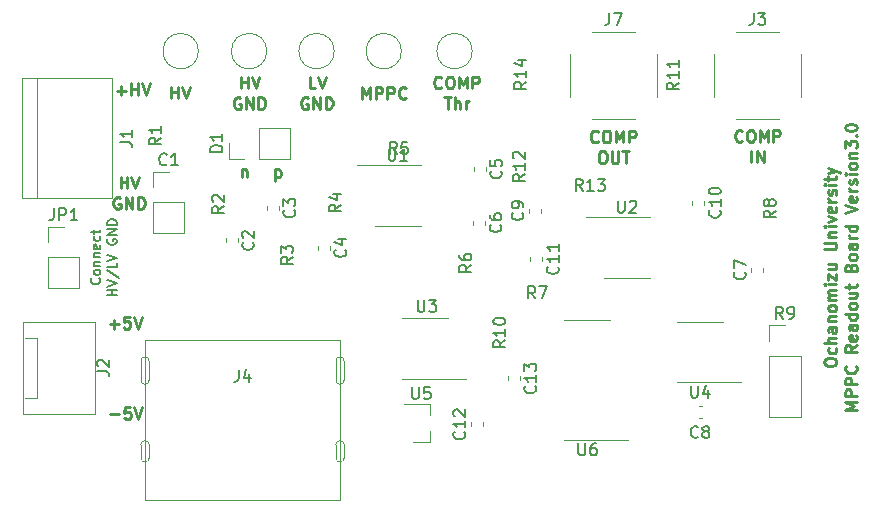
<source format=gto>
G04 #@! TF.GenerationSoftware,KiCad,Pcbnew,(5.1.4-0-10_14)*
G04 #@! TF.CreationDate,2020-03-06T11:16:09+09:00*
G04 #@! TF.ProjectId,ReadoutBoard_v3_2,52656164-6f75-4744-926f-6172645f7633,rev?*
G04 #@! TF.SameCoordinates,Original*
G04 #@! TF.FileFunction,Legend,Top*
G04 #@! TF.FilePolarity,Positive*
%FSLAX46Y46*%
G04 Gerber Fmt 4.6, Leading zero omitted, Abs format (unit mm)*
G04 Created by KiCad (PCBNEW (5.1.4-0-10_14)) date 2020-03-06 11:16:09*
%MOMM*%
%LPD*%
G04 APERTURE LIST*
%ADD10C,0.250000*%
%ADD11C,0.200000*%
%ADD12C,0.120000*%
%ADD13C,0.150000*%
G04 APERTURE END LIST*
D10*
X121400914Y-96000914D02*
X121400914Y-97000914D01*
X121400914Y-96048533D02*
X121496152Y-96000914D01*
X121686628Y-96000914D01*
X121781866Y-96048533D01*
X121829485Y-96096152D01*
X121877104Y-96191390D01*
X121877104Y-96477104D01*
X121829485Y-96572342D01*
X121781866Y-96619961D01*
X121686628Y-96667580D01*
X121496152Y-96667580D01*
X121400914Y-96619961D01*
X118581514Y-96000914D02*
X118581514Y-96667580D01*
X118581514Y-96096152D02*
X118629133Y-96048533D01*
X118724371Y-96000914D01*
X118867228Y-96000914D01*
X118962466Y-96048533D01*
X119010085Y-96143771D01*
X119010085Y-96667580D01*
X108327914Y-97595980D02*
X108327914Y-96595980D01*
X108327914Y-97072171D02*
X108899342Y-97072171D01*
X108899342Y-97595980D02*
X108899342Y-96595980D01*
X109232676Y-96595980D02*
X109566009Y-97595980D01*
X109899342Y-96595980D01*
X108280295Y-98393600D02*
X108185057Y-98345980D01*
X108042200Y-98345980D01*
X107899342Y-98393600D01*
X107804104Y-98488838D01*
X107756485Y-98584076D01*
X107708866Y-98774552D01*
X107708866Y-98917409D01*
X107756485Y-99107885D01*
X107804104Y-99203123D01*
X107899342Y-99298361D01*
X108042200Y-99345980D01*
X108137438Y-99345980D01*
X108280295Y-99298361D01*
X108327914Y-99250742D01*
X108327914Y-98917409D01*
X108137438Y-98917409D01*
X108756485Y-99345980D02*
X108756485Y-98345980D01*
X109327914Y-99345980D01*
X109327914Y-98345980D01*
X109804104Y-99345980D02*
X109804104Y-98345980D01*
X110042200Y-98345980D01*
X110185057Y-98393600D01*
X110280295Y-98488838D01*
X110327914Y-98584076D01*
X110375533Y-98774552D01*
X110375533Y-98917409D01*
X110327914Y-99107885D01*
X110280295Y-99203123D01*
X110185057Y-99298361D01*
X110042200Y-99345980D01*
X109804104Y-99345980D01*
D11*
X106519714Y-105206580D02*
X106557809Y-105244676D01*
X106595904Y-105358961D01*
X106595904Y-105435152D01*
X106557809Y-105549438D01*
X106481619Y-105625628D01*
X106405428Y-105663723D01*
X106253047Y-105701819D01*
X106138761Y-105701819D01*
X105986380Y-105663723D01*
X105910190Y-105625628D01*
X105834000Y-105549438D01*
X105795904Y-105435152D01*
X105795904Y-105358961D01*
X105834000Y-105244676D01*
X105872095Y-105206580D01*
X106595904Y-104749438D02*
X106557809Y-104825628D01*
X106519714Y-104863723D01*
X106443523Y-104901819D01*
X106214952Y-104901819D01*
X106138761Y-104863723D01*
X106100666Y-104825628D01*
X106062571Y-104749438D01*
X106062571Y-104635152D01*
X106100666Y-104558961D01*
X106138761Y-104520866D01*
X106214952Y-104482771D01*
X106443523Y-104482771D01*
X106519714Y-104520866D01*
X106557809Y-104558961D01*
X106595904Y-104635152D01*
X106595904Y-104749438D01*
X106062571Y-104139914D02*
X106595904Y-104139914D01*
X106138761Y-104139914D02*
X106100666Y-104101819D01*
X106062571Y-104025628D01*
X106062571Y-103911342D01*
X106100666Y-103835152D01*
X106176857Y-103797057D01*
X106595904Y-103797057D01*
X106062571Y-103416104D02*
X106595904Y-103416104D01*
X106138761Y-103416104D02*
X106100666Y-103378009D01*
X106062571Y-103301819D01*
X106062571Y-103187533D01*
X106100666Y-103111342D01*
X106176857Y-103073247D01*
X106595904Y-103073247D01*
X106557809Y-102387533D02*
X106595904Y-102463723D01*
X106595904Y-102616104D01*
X106557809Y-102692295D01*
X106481619Y-102730390D01*
X106176857Y-102730390D01*
X106100666Y-102692295D01*
X106062571Y-102616104D01*
X106062571Y-102463723D01*
X106100666Y-102387533D01*
X106176857Y-102349438D01*
X106253047Y-102349438D01*
X106329238Y-102730390D01*
X106557809Y-101663723D02*
X106595904Y-101739914D01*
X106595904Y-101892295D01*
X106557809Y-101968485D01*
X106519714Y-102006580D01*
X106443523Y-102044676D01*
X106214952Y-102044676D01*
X106138761Y-102006580D01*
X106100666Y-101968485D01*
X106062571Y-101892295D01*
X106062571Y-101739914D01*
X106100666Y-101663723D01*
X106062571Y-101435152D02*
X106062571Y-101130390D01*
X105795904Y-101320866D02*
X106481619Y-101320866D01*
X106557809Y-101282771D01*
X106595904Y-101206580D01*
X106595904Y-101130390D01*
X107995904Y-106635152D02*
X107195904Y-106635152D01*
X107576857Y-106635152D02*
X107576857Y-106178009D01*
X107995904Y-106178009D02*
X107195904Y-106178009D01*
X107195904Y-105911342D02*
X107995904Y-105644676D01*
X107195904Y-105378009D01*
X107157809Y-104539914D02*
X108186380Y-105225628D01*
X107995904Y-103892295D02*
X107995904Y-104273247D01*
X107195904Y-104273247D01*
X107195904Y-103739914D02*
X107995904Y-103473247D01*
X107195904Y-103206580D01*
X107234000Y-101911342D02*
X107195904Y-101987533D01*
X107195904Y-102101819D01*
X107234000Y-102216104D01*
X107310190Y-102292295D01*
X107386380Y-102330390D01*
X107538761Y-102368485D01*
X107653047Y-102368485D01*
X107805428Y-102330390D01*
X107881619Y-102292295D01*
X107957809Y-102216104D01*
X107995904Y-102101819D01*
X107995904Y-102025628D01*
X107957809Y-101911342D01*
X107919714Y-101873247D01*
X107653047Y-101873247D01*
X107653047Y-102025628D01*
X107995904Y-101530390D02*
X107195904Y-101530390D01*
X107995904Y-101073247D01*
X107195904Y-101073247D01*
X107995904Y-100692295D02*
X107195904Y-100692295D01*
X107195904Y-100501819D01*
X107234000Y-100387533D01*
X107310190Y-100311342D01*
X107386380Y-100273247D01*
X107538761Y-100235152D01*
X107653047Y-100235152D01*
X107805428Y-100273247D01*
X107881619Y-100311342D01*
X107957809Y-100387533D01*
X107995904Y-100501819D01*
X107995904Y-100692295D01*
D10*
X107426285Y-116733628D02*
X108188190Y-116733628D01*
X109140571Y-116114580D02*
X108664380Y-116114580D01*
X108616761Y-116590771D01*
X108664380Y-116543152D01*
X108759619Y-116495533D01*
X108997714Y-116495533D01*
X109092952Y-116543152D01*
X109140571Y-116590771D01*
X109188190Y-116686009D01*
X109188190Y-116924104D01*
X109140571Y-117019342D01*
X109092952Y-117066961D01*
X108997714Y-117114580D01*
X108759619Y-117114580D01*
X108664380Y-117066961D01*
X108616761Y-117019342D01*
X109473904Y-116114580D02*
X109807238Y-117114580D01*
X110140571Y-116114580D01*
X107400885Y-109088228D02*
X108162790Y-109088228D01*
X107781838Y-109469180D02*
X107781838Y-108707276D01*
X109115171Y-108469180D02*
X108638980Y-108469180D01*
X108591361Y-108945371D01*
X108638980Y-108897752D01*
X108734219Y-108850133D01*
X108972314Y-108850133D01*
X109067552Y-108897752D01*
X109115171Y-108945371D01*
X109162790Y-109040609D01*
X109162790Y-109278704D01*
X109115171Y-109373942D01*
X109067552Y-109421561D01*
X108972314Y-109469180D01*
X108734219Y-109469180D01*
X108638980Y-109421561D01*
X108591361Y-109373942D01*
X109448504Y-108469180D02*
X109781838Y-109469180D01*
X110115171Y-108469180D01*
X107988266Y-89327028D02*
X108750171Y-89327028D01*
X108369219Y-89707980D02*
X108369219Y-88946076D01*
X109226361Y-89707980D02*
X109226361Y-88707980D01*
X109226361Y-89184171D02*
X109797790Y-89184171D01*
X109797790Y-89707980D02*
X109797790Y-88707980D01*
X110131123Y-88707980D02*
X110464457Y-89707980D01*
X110797790Y-88707980D01*
X167919180Y-112386047D02*
X167919180Y-112195571D01*
X167966800Y-112100333D01*
X168062038Y-112005095D01*
X168252514Y-111957476D01*
X168585847Y-111957476D01*
X168776323Y-112005095D01*
X168871561Y-112100333D01*
X168919180Y-112195571D01*
X168919180Y-112386047D01*
X168871561Y-112481285D01*
X168776323Y-112576523D01*
X168585847Y-112624142D01*
X168252514Y-112624142D01*
X168062038Y-112576523D01*
X167966800Y-112481285D01*
X167919180Y-112386047D01*
X168871561Y-111100333D02*
X168919180Y-111195571D01*
X168919180Y-111386047D01*
X168871561Y-111481285D01*
X168823942Y-111528904D01*
X168728704Y-111576523D01*
X168442990Y-111576523D01*
X168347752Y-111528904D01*
X168300133Y-111481285D01*
X168252514Y-111386047D01*
X168252514Y-111195571D01*
X168300133Y-111100333D01*
X168919180Y-110671761D02*
X167919180Y-110671761D01*
X168919180Y-110243190D02*
X168395371Y-110243190D01*
X168300133Y-110290809D01*
X168252514Y-110386047D01*
X168252514Y-110528904D01*
X168300133Y-110624142D01*
X168347752Y-110671761D01*
X168919180Y-109338428D02*
X168395371Y-109338428D01*
X168300133Y-109386047D01*
X168252514Y-109481285D01*
X168252514Y-109671761D01*
X168300133Y-109767000D01*
X168871561Y-109338428D02*
X168919180Y-109433666D01*
X168919180Y-109671761D01*
X168871561Y-109767000D01*
X168776323Y-109814619D01*
X168681085Y-109814619D01*
X168585847Y-109767000D01*
X168538228Y-109671761D01*
X168538228Y-109433666D01*
X168490609Y-109338428D01*
X168252514Y-108862238D02*
X168919180Y-108862238D01*
X168347752Y-108862238D02*
X168300133Y-108814619D01*
X168252514Y-108719380D01*
X168252514Y-108576523D01*
X168300133Y-108481285D01*
X168395371Y-108433666D01*
X168919180Y-108433666D01*
X168919180Y-107814619D02*
X168871561Y-107909857D01*
X168823942Y-107957476D01*
X168728704Y-108005095D01*
X168442990Y-108005095D01*
X168347752Y-107957476D01*
X168300133Y-107909857D01*
X168252514Y-107814619D01*
X168252514Y-107671761D01*
X168300133Y-107576523D01*
X168347752Y-107528904D01*
X168442990Y-107481285D01*
X168728704Y-107481285D01*
X168823942Y-107528904D01*
X168871561Y-107576523D01*
X168919180Y-107671761D01*
X168919180Y-107814619D01*
X168919180Y-107052714D02*
X168252514Y-107052714D01*
X168347752Y-107052714D02*
X168300133Y-107005095D01*
X168252514Y-106909857D01*
X168252514Y-106767000D01*
X168300133Y-106671761D01*
X168395371Y-106624142D01*
X168919180Y-106624142D01*
X168395371Y-106624142D02*
X168300133Y-106576523D01*
X168252514Y-106481285D01*
X168252514Y-106338428D01*
X168300133Y-106243190D01*
X168395371Y-106195571D01*
X168919180Y-106195571D01*
X168919180Y-105719380D02*
X168252514Y-105719380D01*
X167919180Y-105719380D02*
X167966800Y-105767000D01*
X168014419Y-105719380D01*
X167966800Y-105671761D01*
X167919180Y-105719380D01*
X168014419Y-105719380D01*
X168252514Y-105338428D02*
X168252514Y-104814619D01*
X168919180Y-105338428D01*
X168919180Y-104814619D01*
X168252514Y-104005095D02*
X168919180Y-104005095D01*
X168252514Y-104433666D02*
X168776323Y-104433666D01*
X168871561Y-104386047D01*
X168919180Y-104290809D01*
X168919180Y-104147952D01*
X168871561Y-104052714D01*
X168823942Y-104005095D01*
X167919180Y-102767000D02*
X168728704Y-102767000D01*
X168823942Y-102719380D01*
X168871561Y-102671761D01*
X168919180Y-102576523D01*
X168919180Y-102386047D01*
X168871561Y-102290809D01*
X168823942Y-102243190D01*
X168728704Y-102195571D01*
X167919180Y-102195571D01*
X168252514Y-101719380D02*
X168919180Y-101719380D01*
X168347752Y-101719380D02*
X168300133Y-101671761D01*
X168252514Y-101576523D01*
X168252514Y-101433666D01*
X168300133Y-101338428D01*
X168395371Y-101290809D01*
X168919180Y-101290809D01*
X168919180Y-100814619D02*
X168252514Y-100814619D01*
X167919180Y-100814619D02*
X167966800Y-100862238D01*
X168014419Y-100814619D01*
X167966800Y-100767000D01*
X167919180Y-100814619D01*
X168014419Y-100814619D01*
X168252514Y-100433666D02*
X168919180Y-100195571D01*
X168252514Y-99957476D01*
X168871561Y-99195571D02*
X168919180Y-99290809D01*
X168919180Y-99481285D01*
X168871561Y-99576523D01*
X168776323Y-99624142D01*
X168395371Y-99624142D01*
X168300133Y-99576523D01*
X168252514Y-99481285D01*
X168252514Y-99290809D01*
X168300133Y-99195571D01*
X168395371Y-99147952D01*
X168490609Y-99147952D01*
X168585847Y-99624142D01*
X168919180Y-98719380D02*
X168252514Y-98719380D01*
X168442990Y-98719380D02*
X168347752Y-98671761D01*
X168300133Y-98624142D01*
X168252514Y-98528904D01*
X168252514Y-98433666D01*
X168871561Y-98147952D02*
X168919180Y-98052714D01*
X168919180Y-97862238D01*
X168871561Y-97767000D01*
X168776323Y-97719380D01*
X168728704Y-97719380D01*
X168633466Y-97767000D01*
X168585847Y-97862238D01*
X168585847Y-98005095D01*
X168538228Y-98100333D01*
X168442990Y-98147952D01*
X168395371Y-98147952D01*
X168300133Y-98100333D01*
X168252514Y-98005095D01*
X168252514Y-97862238D01*
X168300133Y-97767000D01*
X168919180Y-97290809D02*
X168252514Y-97290809D01*
X167919180Y-97290809D02*
X167966800Y-97338428D01*
X168014419Y-97290809D01*
X167966800Y-97243190D01*
X167919180Y-97290809D01*
X168014419Y-97290809D01*
X168252514Y-96957476D02*
X168252514Y-96576523D01*
X167919180Y-96814619D02*
X168776323Y-96814619D01*
X168871561Y-96767000D01*
X168919180Y-96671761D01*
X168919180Y-96576523D01*
X168252514Y-96338428D02*
X168919180Y-96100333D01*
X168252514Y-95862238D02*
X168919180Y-96100333D01*
X169157276Y-96195571D01*
X169204895Y-96243190D01*
X169252514Y-96338428D01*
X170669180Y-116338428D02*
X169669180Y-116338428D01*
X170383466Y-116005095D01*
X169669180Y-115671761D01*
X170669180Y-115671761D01*
X170669180Y-115195571D02*
X169669180Y-115195571D01*
X169669180Y-114814619D01*
X169716800Y-114719380D01*
X169764419Y-114671761D01*
X169859657Y-114624142D01*
X170002514Y-114624142D01*
X170097752Y-114671761D01*
X170145371Y-114719380D01*
X170192990Y-114814619D01*
X170192990Y-115195571D01*
X170669180Y-114195571D02*
X169669180Y-114195571D01*
X169669180Y-113814619D01*
X169716800Y-113719380D01*
X169764419Y-113671761D01*
X169859657Y-113624142D01*
X170002514Y-113624142D01*
X170097752Y-113671761D01*
X170145371Y-113719380D01*
X170192990Y-113814619D01*
X170192990Y-114195571D01*
X170573942Y-112624142D02*
X170621561Y-112671761D01*
X170669180Y-112814619D01*
X170669180Y-112909857D01*
X170621561Y-113052714D01*
X170526323Y-113147952D01*
X170431085Y-113195571D01*
X170240609Y-113243190D01*
X170097752Y-113243190D01*
X169907276Y-113195571D01*
X169812038Y-113147952D01*
X169716800Y-113052714D01*
X169669180Y-112909857D01*
X169669180Y-112814619D01*
X169716800Y-112671761D01*
X169764419Y-112624142D01*
X170669180Y-110862238D02*
X170192990Y-111195571D01*
X170669180Y-111433666D02*
X169669180Y-111433666D01*
X169669180Y-111052714D01*
X169716800Y-110957476D01*
X169764419Y-110909857D01*
X169859657Y-110862238D01*
X170002514Y-110862238D01*
X170097752Y-110909857D01*
X170145371Y-110957476D01*
X170192990Y-111052714D01*
X170192990Y-111433666D01*
X170621561Y-110052714D02*
X170669180Y-110147952D01*
X170669180Y-110338428D01*
X170621561Y-110433666D01*
X170526323Y-110481285D01*
X170145371Y-110481285D01*
X170050133Y-110433666D01*
X170002514Y-110338428D01*
X170002514Y-110147952D01*
X170050133Y-110052714D01*
X170145371Y-110005095D01*
X170240609Y-110005095D01*
X170335847Y-110481285D01*
X170669180Y-109147952D02*
X170145371Y-109147952D01*
X170050133Y-109195571D01*
X170002514Y-109290809D01*
X170002514Y-109481285D01*
X170050133Y-109576523D01*
X170621561Y-109147952D02*
X170669180Y-109243190D01*
X170669180Y-109481285D01*
X170621561Y-109576523D01*
X170526323Y-109624142D01*
X170431085Y-109624142D01*
X170335847Y-109576523D01*
X170288228Y-109481285D01*
X170288228Y-109243190D01*
X170240609Y-109147952D01*
X170669180Y-108243190D02*
X169669180Y-108243190D01*
X170621561Y-108243190D02*
X170669180Y-108338428D01*
X170669180Y-108528904D01*
X170621561Y-108624142D01*
X170573942Y-108671761D01*
X170478704Y-108719380D01*
X170192990Y-108719380D01*
X170097752Y-108671761D01*
X170050133Y-108624142D01*
X170002514Y-108528904D01*
X170002514Y-108338428D01*
X170050133Y-108243190D01*
X170669180Y-107624142D02*
X170621561Y-107719380D01*
X170573942Y-107767000D01*
X170478704Y-107814619D01*
X170192990Y-107814619D01*
X170097752Y-107767000D01*
X170050133Y-107719380D01*
X170002514Y-107624142D01*
X170002514Y-107481285D01*
X170050133Y-107386047D01*
X170097752Y-107338428D01*
X170192990Y-107290809D01*
X170478704Y-107290809D01*
X170573942Y-107338428D01*
X170621561Y-107386047D01*
X170669180Y-107481285D01*
X170669180Y-107624142D01*
X170002514Y-106433666D02*
X170669180Y-106433666D01*
X170002514Y-106862238D02*
X170526323Y-106862238D01*
X170621561Y-106814619D01*
X170669180Y-106719380D01*
X170669180Y-106576523D01*
X170621561Y-106481285D01*
X170573942Y-106433666D01*
X170002514Y-106100333D02*
X170002514Y-105719380D01*
X169669180Y-105957476D02*
X170526323Y-105957476D01*
X170621561Y-105909857D01*
X170669180Y-105814619D01*
X170669180Y-105719380D01*
X170145371Y-104290809D02*
X170192990Y-104147952D01*
X170240609Y-104100333D01*
X170335847Y-104052714D01*
X170478704Y-104052714D01*
X170573942Y-104100333D01*
X170621561Y-104147952D01*
X170669180Y-104243190D01*
X170669180Y-104624142D01*
X169669180Y-104624142D01*
X169669180Y-104290809D01*
X169716800Y-104195571D01*
X169764419Y-104147952D01*
X169859657Y-104100333D01*
X169954895Y-104100333D01*
X170050133Y-104147952D01*
X170097752Y-104195571D01*
X170145371Y-104290809D01*
X170145371Y-104624142D01*
X170669180Y-103481285D02*
X170621561Y-103576523D01*
X170573942Y-103624142D01*
X170478704Y-103671761D01*
X170192990Y-103671761D01*
X170097752Y-103624142D01*
X170050133Y-103576523D01*
X170002514Y-103481285D01*
X170002514Y-103338428D01*
X170050133Y-103243190D01*
X170097752Y-103195571D01*
X170192990Y-103147952D01*
X170478704Y-103147952D01*
X170573942Y-103195571D01*
X170621561Y-103243190D01*
X170669180Y-103338428D01*
X170669180Y-103481285D01*
X170669180Y-102290809D02*
X170145371Y-102290809D01*
X170050133Y-102338428D01*
X170002514Y-102433666D01*
X170002514Y-102624142D01*
X170050133Y-102719380D01*
X170621561Y-102290809D02*
X170669180Y-102386047D01*
X170669180Y-102624142D01*
X170621561Y-102719380D01*
X170526323Y-102767000D01*
X170431085Y-102767000D01*
X170335847Y-102719380D01*
X170288228Y-102624142D01*
X170288228Y-102386047D01*
X170240609Y-102290809D01*
X170669180Y-101814619D02*
X170002514Y-101814619D01*
X170192990Y-101814619D02*
X170097752Y-101767000D01*
X170050133Y-101719380D01*
X170002514Y-101624142D01*
X170002514Y-101528904D01*
X170669180Y-100767000D02*
X169669180Y-100767000D01*
X170621561Y-100767000D02*
X170669180Y-100862238D01*
X170669180Y-101052714D01*
X170621561Y-101147952D01*
X170573942Y-101195571D01*
X170478704Y-101243190D01*
X170192990Y-101243190D01*
X170097752Y-101195571D01*
X170050133Y-101147952D01*
X170002514Y-101052714D01*
X170002514Y-100862238D01*
X170050133Y-100767000D01*
X169669180Y-99671761D02*
X170669180Y-99338428D01*
X169669180Y-99005095D01*
X170621561Y-98290809D02*
X170669180Y-98386047D01*
X170669180Y-98576523D01*
X170621561Y-98671761D01*
X170526323Y-98719380D01*
X170145371Y-98719380D01*
X170050133Y-98671761D01*
X170002514Y-98576523D01*
X170002514Y-98386047D01*
X170050133Y-98290809D01*
X170145371Y-98243190D01*
X170240609Y-98243190D01*
X170335847Y-98719380D01*
X170669180Y-97814619D02*
X170002514Y-97814619D01*
X170192990Y-97814619D02*
X170097752Y-97767000D01*
X170050133Y-97719380D01*
X170002514Y-97624142D01*
X170002514Y-97528904D01*
X170621561Y-97243190D02*
X170669180Y-97147952D01*
X170669180Y-96957476D01*
X170621561Y-96862238D01*
X170526323Y-96814619D01*
X170478704Y-96814619D01*
X170383466Y-96862238D01*
X170335847Y-96957476D01*
X170335847Y-97100333D01*
X170288228Y-97195571D01*
X170192990Y-97243190D01*
X170145371Y-97243190D01*
X170050133Y-97195571D01*
X170002514Y-97100333D01*
X170002514Y-96957476D01*
X170050133Y-96862238D01*
X170669180Y-96386047D02*
X170002514Y-96386047D01*
X169669180Y-96386047D02*
X169716800Y-96433666D01*
X169764419Y-96386047D01*
X169716800Y-96338428D01*
X169669180Y-96386047D01*
X169764419Y-96386047D01*
X170669180Y-95767000D02*
X170621561Y-95862238D01*
X170573942Y-95909857D01*
X170478704Y-95957476D01*
X170192990Y-95957476D01*
X170097752Y-95909857D01*
X170050133Y-95862238D01*
X170002514Y-95767000D01*
X170002514Y-95624142D01*
X170050133Y-95528904D01*
X170097752Y-95481285D01*
X170192990Y-95433666D01*
X170478704Y-95433666D01*
X170573942Y-95481285D01*
X170621561Y-95528904D01*
X170669180Y-95624142D01*
X170669180Y-95767000D01*
X170002514Y-95005095D02*
X170669180Y-95005095D01*
X170097752Y-95005095D02*
X170050133Y-94957476D01*
X170002514Y-94862238D01*
X170002514Y-94719380D01*
X170050133Y-94624142D01*
X170145371Y-94576523D01*
X170669180Y-94576523D01*
X169669180Y-94195571D02*
X169669180Y-93576523D01*
X170050133Y-93909857D01*
X170050133Y-93767000D01*
X170097752Y-93671761D01*
X170145371Y-93624142D01*
X170240609Y-93576523D01*
X170478704Y-93576523D01*
X170573942Y-93624142D01*
X170621561Y-93671761D01*
X170669180Y-93767000D01*
X170669180Y-94052714D01*
X170621561Y-94147952D01*
X170573942Y-94195571D01*
X170573942Y-93147952D02*
X170621561Y-93100333D01*
X170669180Y-93147952D01*
X170621561Y-93195571D01*
X170573942Y-93147952D01*
X170669180Y-93147952D01*
X169669180Y-92481285D02*
X169669180Y-92386047D01*
X169716800Y-92290809D01*
X169764419Y-92243190D01*
X169859657Y-92195571D01*
X170050133Y-92147952D01*
X170288228Y-92147952D01*
X170478704Y-92195571D01*
X170573942Y-92243190D01*
X170621561Y-92290809D01*
X170669180Y-92386047D01*
X170669180Y-92481285D01*
X170621561Y-92576523D01*
X170573942Y-92624142D01*
X170478704Y-92671761D01*
X170288228Y-92719380D01*
X170050133Y-92719380D01*
X169859657Y-92671761D01*
X169764419Y-92624142D01*
X169716800Y-92576523D01*
X169669180Y-92481285D01*
X160969485Y-93563742D02*
X160921866Y-93611361D01*
X160779009Y-93658980D01*
X160683771Y-93658980D01*
X160540914Y-93611361D01*
X160445676Y-93516123D01*
X160398057Y-93420885D01*
X160350438Y-93230409D01*
X160350438Y-93087552D01*
X160398057Y-92897076D01*
X160445676Y-92801838D01*
X160540914Y-92706600D01*
X160683771Y-92658980D01*
X160779009Y-92658980D01*
X160921866Y-92706600D01*
X160969485Y-92754219D01*
X161588533Y-92658980D02*
X161779009Y-92658980D01*
X161874247Y-92706600D01*
X161969485Y-92801838D01*
X162017104Y-92992314D01*
X162017104Y-93325647D01*
X161969485Y-93516123D01*
X161874247Y-93611361D01*
X161779009Y-93658980D01*
X161588533Y-93658980D01*
X161493295Y-93611361D01*
X161398057Y-93516123D01*
X161350438Y-93325647D01*
X161350438Y-92992314D01*
X161398057Y-92801838D01*
X161493295Y-92706600D01*
X161588533Y-92658980D01*
X162445676Y-93658980D02*
X162445676Y-92658980D01*
X162779009Y-93373266D01*
X163112342Y-92658980D01*
X163112342Y-93658980D01*
X163588533Y-93658980D02*
X163588533Y-92658980D01*
X163969485Y-92658980D01*
X164064723Y-92706600D01*
X164112342Y-92754219D01*
X164159961Y-92849457D01*
X164159961Y-92992314D01*
X164112342Y-93087552D01*
X164064723Y-93135171D01*
X163969485Y-93182790D01*
X163588533Y-93182790D01*
X161731390Y-95408980D02*
X161731390Y-94408980D01*
X162207580Y-95408980D02*
X162207580Y-94408980D01*
X162779009Y-95408980D01*
X162779009Y-94408980D01*
X148752085Y-93614542D02*
X148704466Y-93662161D01*
X148561609Y-93709780D01*
X148466371Y-93709780D01*
X148323514Y-93662161D01*
X148228276Y-93566923D01*
X148180657Y-93471685D01*
X148133038Y-93281209D01*
X148133038Y-93138352D01*
X148180657Y-92947876D01*
X148228276Y-92852638D01*
X148323514Y-92757400D01*
X148466371Y-92709780D01*
X148561609Y-92709780D01*
X148704466Y-92757400D01*
X148752085Y-92805019D01*
X149371133Y-92709780D02*
X149561609Y-92709780D01*
X149656847Y-92757400D01*
X149752085Y-92852638D01*
X149799704Y-93043114D01*
X149799704Y-93376447D01*
X149752085Y-93566923D01*
X149656847Y-93662161D01*
X149561609Y-93709780D01*
X149371133Y-93709780D01*
X149275895Y-93662161D01*
X149180657Y-93566923D01*
X149133038Y-93376447D01*
X149133038Y-93043114D01*
X149180657Y-92852638D01*
X149275895Y-92757400D01*
X149371133Y-92709780D01*
X150228276Y-93709780D02*
X150228276Y-92709780D01*
X150561609Y-93424066D01*
X150894942Y-92709780D01*
X150894942Y-93709780D01*
X151371133Y-93709780D02*
X151371133Y-92709780D01*
X151752085Y-92709780D01*
X151847323Y-92757400D01*
X151894942Y-92805019D01*
X151942561Y-92900257D01*
X151942561Y-93043114D01*
X151894942Y-93138352D01*
X151847323Y-93185971D01*
X151752085Y-93233590D01*
X151371133Y-93233590D01*
X149037800Y-94459780D02*
X149228276Y-94459780D01*
X149323514Y-94507400D01*
X149418752Y-94602638D01*
X149466371Y-94793114D01*
X149466371Y-95126447D01*
X149418752Y-95316923D01*
X149323514Y-95412161D01*
X149228276Y-95459780D01*
X149037800Y-95459780D01*
X148942561Y-95412161D01*
X148847323Y-95316923D01*
X148799704Y-95126447D01*
X148799704Y-94793114D01*
X148847323Y-94602638D01*
X148942561Y-94507400D01*
X149037800Y-94459780D01*
X149894942Y-94459780D02*
X149894942Y-95269304D01*
X149942561Y-95364542D01*
X149990180Y-95412161D01*
X150085419Y-95459780D01*
X150275895Y-95459780D01*
X150371133Y-95412161D01*
X150418752Y-95364542D01*
X150466371Y-95269304D01*
X150466371Y-94459780D01*
X150799704Y-94459780D02*
X151371133Y-94459780D01*
X151085419Y-95459780D02*
X151085419Y-94459780D01*
X135493285Y-89042542D02*
X135445666Y-89090161D01*
X135302809Y-89137780D01*
X135207571Y-89137780D01*
X135064714Y-89090161D01*
X134969476Y-88994923D01*
X134921857Y-88899685D01*
X134874238Y-88709209D01*
X134874238Y-88566352D01*
X134921857Y-88375876D01*
X134969476Y-88280638D01*
X135064714Y-88185400D01*
X135207571Y-88137780D01*
X135302809Y-88137780D01*
X135445666Y-88185400D01*
X135493285Y-88233019D01*
X136112333Y-88137780D02*
X136302809Y-88137780D01*
X136398047Y-88185400D01*
X136493285Y-88280638D01*
X136540904Y-88471114D01*
X136540904Y-88804447D01*
X136493285Y-88994923D01*
X136398047Y-89090161D01*
X136302809Y-89137780D01*
X136112333Y-89137780D01*
X136017095Y-89090161D01*
X135921857Y-88994923D01*
X135874238Y-88804447D01*
X135874238Y-88471114D01*
X135921857Y-88280638D01*
X136017095Y-88185400D01*
X136112333Y-88137780D01*
X136969476Y-89137780D02*
X136969476Y-88137780D01*
X137302809Y-88852066D01*
X137636142Y-88137780D01*
X137636142Y-89137780D01*
X138112333Y-89137780D02*
X138112333Y-88137780D01*
X138493285Y-88137780D01*
X138588523Y-88185400D01*
X138636142Y-88233019D01*
X138683761Y-88328257D01*
X138683761Y-88471114D01*
X138636142Y-88566352D01*
X138588523Y-88613971D01*
X138493285Y-88661590D01*
X138112333Y-88661590D01*
X135731380Y-89887780D02*
X136302809Y-89887780D01*
X136017095Y-90887780D02*
X136017095Y-89887780D01*
X136636142Y-90887780D02*
X136636142Y-89887780D01*
X137064714Y-90887780D02*
X137064714Y-90363971D01*
X137017095Y-90268733D01*
X136921857Y-90221114D01*
X136779000Y-90221114D01*
X136683761Y-90268733D01*
X136636142Y-90316352D01*
X137540904Y-90887780D02*
X137540904Y-90221114D01*
X137540904Y-90411590D02*
X137588523Y-90316352D01*
X137636142Y-90268733D01*
X137731380Y-90221114D01*
X137826619Y-90221114D01*
X128773466Y-90012780D02*
X128773466Y-89012780D01*
X129106800Y-89727066D01*
X129440133Y-89012780D01*
X129440133Y-90012780D01*
X129916323Y-90012780D02*
X129916323Y-89012780D01*
X130297276Y-89012780D01*
X130392514Y-89060400D01*
X130440133Y-89108019D01*
X130487752Y-89203257D01*
X130487752Y-89346114D01*
X130440133Y-89441352D01*
X130392514Y-89488971D01*
X130297276Y-89536590D01*
X129916323Y-89536590D01*
X130916323Y-90012780D02*
X130916323Y-89012780D01*
X131297276Y-89012780D01*
X131392514Y-89060400D01*
X131440133Y-89108019D01*
X131487752Y-89203257D01*
X131487752Y-89346114D01*
X131440133Y-89441352D01*
X131392514Y-89488971D01*
X131297276Y-89536590D01*
X130916323Y-89536590D01*
X132487752Y-89917542D02*
X132440133Y-89965161D01*
X132297276Y-90012780D01*
X132202038Y-90012780D01*
X132059180Y-89965161D01*
X131963942Y-89869923D01*
X131916323Y-89774685D01*
X131868704Y-89584209D01*
X131868704Y-89441352D01*
X131916323Y-89250876D01*
X131963942Y-89155638D01*
X132059180Y-89060400D01*
X132202038Y-89012780D01*
X132297276Y-89012780D01*
X132440133Y-89060400D01*
X132487752Y-89108019D01*
X124823552Y-89137780D02*
X124347361Y-89137780D01*
X124347361Y-88137780D01*
X125014028Y-88137780D02*
X125347361Y-89137780D01*
X125680695Y-88137780D01*
X124180695Y-89935400D02*
X124085457Y-89887780D01*
X123942600Y-89887780D01*
X123799742Y-89935400D01*
X123704504Y-90030638D01*
X123656885Y-90125876D01*
X123609266Y-90316352D01*
X123609266Y-90459209D01*
X123656885Y-90649685D01*
X123704504Y-90744923D01*
X123799742Y-90840161D01*
X123942600Y-90887780D01*
X124037838Y-90887780D01*
X124180695Y-90840161D01*
X124228314Y-90792542D01*
X124228314Y-90459209D01*
X124037838Y-90459209D01*
X124656885Y-90887780D02*
X124656885Y-89887780D01*
X125228314Y-90887780D01*
X125228314Y-89887780D01*
X125704504Y-90887780D02*
X125704504Y-89887780D01*
X125942600Y-89887780D01*
X126085457Y-89935400D01*
X126180695Y-90030638D01*
X126228314Y-90125876D01*
X126275933Y-90316352D01*
X126275933Y-90459209D01*
X126228314Y-90649685D01*
X126180695Y-90744923D01*
X126085457Y-90840161D01*
X125942600Y-90887780D01*
X125704504Y-90887780D01*
X112620514Y-89987380D02*
X112620514Y-88987380D01*
X112620514Y-89463571D02*
X113191942Y-89463571D01*
X113191942Y-89987380D02*
X113191942Y-88987380D01*
X113525276Y-88987380D02*
X113858609Y-89987380D01*
X114191942Y-88987380D01*
X118513314Y-89137780D02*
X118513314Y-88137780D01*
X118513314Y-88613971D02*
X119084742Y-88613971D01*
X119084742Y-89137780D02*
X119084742Y-88137780D01*
X119418076Y-88137780D02*
X119751409Y-89137780D01*
X120084742Y-88137780D01*
X118465695Y-89935400D02*
X118370457Y-89887780D01*
X118227600Y-89887780D01*
X118084742Y-89935400D01*
X117989504Y-90030638D01*
X117941885Y-90125876D01*
X117894266Y-90316352D01*
X117894266Y-90459209D01*
X117941885Y-90649685D01*
X117989504Y-90744923D01*
X118084742Y-90840161D01*
X118227600Y-90887780D01*
X118322838Y-90887780D01*
X118465695Y-90840161D01*
X118513314Y-90792542D01*
X118513314Y-90459209D01*
X118322838Y-90459209D01*
X118941885Y-90887780D02*
X118941885Y-89887780D01*
X119513314Y-90887780D01*
X119513314Y-89887780D01*
X119989504Y-90887780D02*
X119989504Y-89887780D01*
X120227600Y-89887780D01*
X120370457Y-89935400D01*
X120465695Y-90030638D01*
X120513314Y-90125876D01*
X120560933Y-90316352D01*
X120560933Y-90459209D01*
X120513314Y-90649685D01*
X120465695Y-90744923D01*
X120370457Y-90840161D01*
X120227600Y-90887780D01*
X119989504Y-90887780D01*
D12*
X110743400Y-119310000D02*
G75*
G03X110043400Y-119310000I-350000J0D01*
G01*
X110743400Y-120410000D02*
G75*
G02X110043400Y-120410000I-350000J0D01*
G01*
X110043400Y-119310000D02*
X110043400Y-120410000D01*
X110743400Y-119310000D02*
X110743400Y-120410000D01*
X127253400Y-112230000D02*
G75*
G03X126553400Y-112230000I-350000J0D01*
G01*
X127253400Y-113830000D02*
G75*
G02X126553400Y-113830000I-350000J0D01*
G01*
X127253400Y-113830000D02*
X127253400Y-112230000D01*
X126553400Y-113830000D02*
X126553400Y-112230000D01*
X110743400Y-112230000D02*
G75*
G03X110043400Y-112230000I-350000J0D01*
G01*
X110743400Y-113830000D02*
G75*
G02X110043400Y-113830000I-350000J0D01*
G01*
X110743400Y-113830000D02*
X110743400Y-112230000D01*
X110043400Y-113830000D02*
X110043400Y-112230000D01*
X110393400Y-123990000D02*
X110393400Y-110430000D01*
X126893400Y-123990000D02*
X110393400Y-123990000D01*
X126893400Y-110430000D02*
X126893400Y-123990000D01*
X110393400Y-110430000D02*
X126893400Y-110430000D01*
X127253400Y-120410000D02*
G75*
G02X126553400Y-120410000I-350000J0D01*
G01*
X126553400Y-119310000D02*
X126553400Y-120410000D01*
X127253400Y-119310000D02*
G75*
G03X126553400Y-119310000I-350000J0D01*
G01*
X127253400Y-119310000D02*
X127253400Y-120410000D01*
X111065000Y-101393300D02*
X113725000Y-101393300D01*
X111065000Y-98793300D02*
X111065000Y-101393300D01*
X113725000Y-98793300D02*
X113725000Y-101393300D01*
X111065000Y-98793300D02*
X113725000Y-98793300D01*
X111065000Y-97523300D02*
X111065000Y-96193300D01*
X111065000Y-96193300D02*
X112395000Y-96193300D01*
X118239000Y-101843621D02*
X118239000Y-102169179D01*
X117219000Y-101843621D02*
X117219000Y-102169179D01*
X121744200Y-99100421D02*
X121744200Y-99425979D01*
X120724200Y-99100421D02*
X120724200Y-99425979D01*
X126062200Y-102453221D02*
X126062200Y-102778779D01*
X125042200Y-102453221D02*
X125042200Y-102778779D01*
X138224800Y-95798421D02*
X138224800Y-96123979D01*
X139244800Y-95798421D02*
X139244800Y-96123979D01*
X139194000Y-100345021D02*
X139194000Y-100670579D01*
X138174000Y-100345021D02*
X138174000Y-100670579D01*
X162739800Y-104683779D02*
X162739800Y-104358221D01*
X161719800Y-104683779D02*
X161719800Y-104358221D01*
X157266421Y-116050600D02*
X157591979Y-116050600D01*
X157266421Y-117070600D02*
X157591979Y-117070600D01*
X143918400Y-99654579D02*
X143918400Y-99329021D01*
X142898400Y-99654579D02*
X142898400Y-99329021D01*
X157761400Y-98643221D02*
X157761400Y-98968779D01*
X156741400Y-98643221D02*
X156741400Y-98968779D01*
X143025400Y-103418421D02*
X143025400Y-103743979D01*
X144045400Y-103418421D02*
X144045400Y-103743979D01*
X138990800Y-117739379D02*
X138990800Y-117413821D01*
X137970800Y-117739379D02*
X137970800Y-117413821D01*
X122678500Y-95106800D02*
X122678500Y-92446800D01*
X120078500Y-95106800D02*
X122678500Y-95106800D01*
X120078500Y-92446800D02*
X122678500Y-92446800D01*
X120078500Y-95106800D02*
X120078500Y-92446800D01*
X118808500Y-95106800D02*
X117478500Y-95106800D01*
X117478500Y-95106800D02*
X117478500Y-93776800D01*
X101219000Y-98425000D02*
X101219000Y-88265000D01*
X99949000Y-98425000D02*
X107569000Y-98425000D01*
X107569000Y-98425000D02*
X107569000Y-88265000D01*
X107569000Y-88265000D02*
X99949000Y-88265000D01*
X99949000Y-88265000D02*
X99949000Y-98425000D01*
X100105000Y-108911400D02*
X106155000Y-108911400D01*
X106155000Y-108911400D02*
X106155000Y-116711400D01*
X106155000Y-116711400D02*
X100105000Y-116711400D01*
X100105000Y-116711400D02*
X100105000Y-108911400D01*
X100205000Y-110261400D02*
X101215000Y-110261400D01*
X101215000Y-110261400D02*
X101215000Y-115341400D01*
X101215000Y-115341400D02*
X100205000Y-115341400D01*
X160455200Y-84356400D02*
X164055200Y-84356400D01*
X160455200Y-91716400D02*
X164055200Y-91716400D01*
X165935200Y-86236400D02*
X165935200Y-89836400D01*
X158575200Y-86236400D02*
X158575200Y-89836400D01*
X146357800Y-86236400D02*
X146357800Y-89836400D01*
X153717800Y-86236400D02*
X153717800Y-89836400D01*
X148237800Y-91716400D02*
X151837800Y-91716400D01*
X148237800Y-84356400D02*
X151837800Y-84356400D01*
X102175000Y-100841500D02*
X103505000Y-100841500D01*
X102175000Y-102171500D02*
X102175000Y-100841500D01*
X102175000Y-103441500D02*
X104835000Y-103441500D01*
X104835000Y-103441500D02*
X104835000Y-106041500D01*
X102175000Y-103441500D02*
X102175000Y-106041500D01*
X102175000Y-106041500D02*
X104835000Y-106041500D01*
X163236600Y-116925400D02*
X165896600Y-116925400D01*
X163236600Y-111785400D02*
X163236600Y-116925400D01*
X165896600Y-111785400D02*
X165896600Y-116925400D01*
X163236600Y-111785400D02*
X165896600Y-111785400D01*
X163236600Y-110515400D02*
X163236600Y-109185400D01*
X163236600Y-109185400D02*
X164566600Y-109185400D01*
X114911000Y-85979000D02*
G75*
G03X114911000Y-85979000I-1500000J0D01*
G01*
X120702200Y-85979000D02*
G75*
G03X120702200Y-85979000I-1500000J0D01*
G01*
X126417200Y-85979000D02*
G75*
G03X126417200Y-85979000I-1500000J0D01*
G01*
X132106800Y-85979000D02*
G75*
G03X132106800Y-85979000I-1500000J0D01*
G01*
X138101200Y-85979000D02*
G75*
G03X138101200Y-85979000I-1500000J0D01*
G01*
X131775200Y-100756400D02*
X133725200Y-100756400D01*
X131775200Y-100756400D02*
X129825200Y-100756400D01*
X131775200Y-95636400D02*
X133725200Y-95636400D01*
X131775200Y-95636400D02*
X128325200Y-95636400D01*
X151180800Y-100030600D02*
X147730800Y-100030600D01*
X151180800Y-100030600D02*
X153130800Y-100030600D01*
X151180800Y-105150600D02*
X149230800Y-105150600D01*
X151180800Y-105150600D02*
X153130800Y-105150600D01*
X134112000Y-113710400D02*
X137562000Y-113710400D01*
X134112000Y-113710400D02*
X132162000Y-113710400D01*
X134112000Y-108590400D02*
X136062000Y-108590400D01*
X134112000Y-108590400D02*
X132162000Y-108590400D01*
X157378400Y-108895200D02*
X155428400Y-108895200D01*
X157378400Y-108895200D02*
X159328400Y-108895200D01*
X157378400Y-114015200D02*
X155428400Y-114015200D01*
X157378400Y-114015200D02*
X160828400Y-114015200D01*
X134516400Y-119055000D02*
X134516400Y-118125000D01*
X134516400Y-115895000D02*
X134516400Y-116825000D01*
X134516400Y-115895000D02*
X132356400Y-115895000D01*
X134516400Y-119055000D02*
X133056400Y-119055000D01*
X147853400Y-108782800D02*
X145903400Y-108782800D01*
X147853400Y-108782800D02*
X149803400Y-108782800D01*
X147853400Y-118902800D02*
X145903400Y-118902800D01*
X147853400Y-118902800D02*
X151303400Y-118902800D01*
X142140400Y-113527621D02*
X142140400Y-113853179D01*
X141120400Y-113527621D02*
X141120400Y-113853179D01*
D13*
X118310066Y-112982380D02*
X118310066Y-113696666D01*
X118262447Y-113839523D01*
X118167209Y-113934761D01*
X118024352Y-113982380D01*
X117929114Y-113982380D01*
X119214828Y-113315714D02*
X119214828Y-113982380D01*
X118976733Y-112934761D02*
X118738638Y-113649047D01*
X119357685Y-113649047D01*
X112228333Y-95550442D02*
X112180714Y-95598061D01*
X112037857Y-95645680D01*
X111942619Y-95645680D01*
X111799761Y-95598061D01*
X111704523Y-95502823D01*
X111656904Y-95407585D01*
X111609285Y-95217109D01*
X111609285Y-95074252D01*
X111656904Y-94883776D01*
X111704523Y-94788538D01*
X111799761Y-94693300D01*
X111942619Y-94645680D01*
X112037857Y-94645680D01*
X112180714Y-94693300D01*
X112228333Y-94740919D01*
X113180714Y-95645680D02*
X112609285Y-95645680D01*
X112895000Y-95645680D02*
X112895000Y-94645680D01*
X112799761Y-94788538D01*
X112704523Y-94883776D01*
X112609285Y-94931395D01*
X119516142Y-102173066D02*
X119563761Y-102220685D01*
X119611380Y-102363542D01*
X119611380Y-102458780D01*
X119563761Y-102601638D01*
X119468523Y-102696876D01*
X119373285Y-102744495D01*
X119182809Y-102792114D01*
X119039952Y-102792114D01*
X118849476Y-102744495D01*
X118754238Y-102696876D01*
X118659000Y-102601638D01*
X118611380Y-102458780D01*
X118611380Y-102363542D01*
X118659000Y-102220685D01*
X118706619Y-102173066D01*
X118706619Y-101792114D02*
X118659000Y-101744495D01*
X118611380Y-101649257D01*
X118611380Y-101411161D01*
X118659000Y-101315923D01*
X118706619Y-101268304D01*
X118801857Y-101220685D01*
X118897095Y-101220685D01*
X119039952Y-101268304D01*
X119611380Y-101839733D01*
X119611380Y-101220685D01*
X123021342Y-99429866D02*
X123068961Y-99477485D01*
X123116580Y-99620342D01*
X123116580Y-99715580D01*
X123068961Y-99858438D01*
X122973723Y-99953676D01*
X122878485Y-100001295D01*
X122688009Y-100048914D01*
X122545152Y-100048914D01*
X122354676Y-100001295D01*
X122259438Y-99953676D01*
X122164200Y-99858438D01*
X122116580Y-99715580D01*
X122116580Y-99620342D01*
X122164200Y-99477485D01*
X122211819Y-99429866D01*
X122116580Y-99096533D02*
X122116580Y-98477485D01*
X122497533Y-98810819D01*
X122497533Y-98667961D01*
X122545152Y-98572723D01*
X122592771Y-98525104D01*
X122688009Y-98477485D01*
X122926104Y-98477485D01*
X123021342Y-98525104D01*
X123068961Y-98572723D01*
X123116580Y-98667961D01*
X123116580Y-98953676D01*
X123068961Y-99048914D01*
X123021342Y-99096533D01*
X127339342Y-102782666D02*
X127386961Y-102830285D01*
X127434580Y-102973142D01*
X127434580Y-103068380D01*
X127386961Y-103211238D01*
X127291723Y-103306476D01*
X127196485Y-103354095D01*
X127006009Y-103401714D01*
X126863152Y-103401714D01*
X126672676Y-103354095D01*
X126577438Y-103306476D01*
X126482200Y-103211238D01*
X126434580Y-103068380D01*
X126434580Y-102973142D01*
X126482200Y-102830285D01*
X126529819Y-102782666D01*
X126767914Y-101925523D02*
X127434580Y-101925523D01*
X126386961Y-102163619D02*
X127101247Y-102401714D01*
X127101247Y-101782666D01*
X140521942Y-96127866D02*
X140569561Y-96175485D01*
X140617180Y-96318342D01*
X140617180Y-96413580D01*
X140569561Y-96556438D01*
X140474323Y-96651676D01*
X140379085Y-96699295D01*
X140188609Y-96746914D01*
X140045752Y-96746914D01*
X139855276Y-96699295D01*
X139760038Y-96651676D01*
X139664800Y-96556438D01*
X139617180Y-96413580D01*
X139617180Y-96318342D01*
X139664800Y-96175485D01*
X139712419Y-96127866D01*
X139617180Y-95223104D02*
X139617180Y-95699295D01*
X140093371Y-95746914D01*
X140045752Y-95699295D01*
X139998133Y-95604057D01*
X139998133Y-95365961D01*
X140045752Y-95270723D01*
X140093371Y-95223104D01*
X140188609Y-95175485D01*
X140426704Y-95175485D01*
X140521942Y-95223104D01*
X140569561Y-95270723D01*
X140617180Y-95365961D01*
X140617180Y-95604057D01*
X140569561Y-95699295D01*
X140521942Y-95746914D01*
X140471142Y-100674466D02*
X140518761Y-100722085D01*
X140566380Y-100864942D01*
X140566380Y-100960180D01*
X140518761Y-101103038D01*
X140423523Y-101198276D01*
X140328285Y-101245895D01*
X140137809Y-101293514D01*
X139994952Y-101293514D01*
X139804476Y-101245895D01*
X139709238Y-101198276D01*
X139614000Y-101103038D01*
X139566380Y-100960180D01*
X139566380Y-100864942D01*
X139614000Y-100722085D01*
X139661619Y-100674466D01*
X139566380Y-99817323D02*
X139566380Y-100007800D01*
X139614000Y-100103038D01*
X139661619Y-100150657D01*
X139804476Y-100245895D01*
X139994952Y-100293514D01*
X140375904Y-100293514D01*
X140471142Y-100245895D01*
X140518761Y-100198276D01*
X140566380Y-100103038D01*
X140566380Y-99912561D01*
X140518761Y-99817323D01*
X140471142Y-99769704D01*
X140375904Y-99722085D01*
X140137809Y-99722085D01*
X140042571Y-99769704D01*
X139994952Y-99817323D01*
X139947333Y-99912561D01*
X139947333Y-100103038D01*
X139994952Y-100198276D01*
X140042571Y-100245895D01*
X140137809Y-100293514D01*
X161156942Y-104687666D02*
X161204561Y-104735285D01*
X161252180Y-104878142D01*
X161252180Y-104973380D01*
X161204561Y-105116238D01*
X161109323Y-105211476D01*
X161014085Y-105259095D01*
X160823609Y-105306714D01*
X160680752Y-105306714D01*
X160490276Y-105259095D01*
X160395038Y-105211476D01*
X160299800Y-105116238D01*
X160252180Y-104973380D01*
X160252180Y-104878142D01*
X160299800Y-104735285D01*
X160347419Y-104687666D01*
X160252180Y-104354333D02*
X160252180Y-103687666D01*
X161252180Y-104116238D01*
X157211733Y-118644942D02*
X157164114Y-118692561D01*
X157021257Y-118740180D01*
X156926019Y-118740180D01*
X156783161Y-118692561D01*
X156687923Y-118597323D01*
X156640304Y-118502085D01*
X156592685Y-118311609D01*
X156592685Y-118168752D01*
X156640304Y-117978276D01*
X156687923Y-117883038D01*
X156783161Y-117787800D01*
X156926019Y-117740180D01*
X157021257Y-117740180D01*
X157164114Y-117787800D01*
X157211733Y-117835419D01*
X157783161Y-118168752D02*
X157687923Y-118121133D01*
X157640304Y-118073514D01*
X157592685Y-117978276D01*
X157592685Y-117930657D01*
X157640304Y-117835419D01*
X157687923Y-117787800D01*
X157783161Y-117740180D01*
X157973638Y-117740180D01*
X158068876Y-117787800D01*
X158116495Y-117835419D01*
X158164114Y-117930657D01*
X158164114Y-117978276D01*
X158116495Y-118073514D01*
X158068876Y-118121133D01*
X157973638Y-118168752D01*
X157783161Y-118168752D01*
X157687923Y-118216371D01*
X157640304Y-118263990D01*
X157592685Y-118359228D01*
X157592685Y-118549704D01*
X157640304Y-118644942D01*
X157687923Y-118692561D01*
X157783161Y-118740180D01*
X157973638Y-118740180D01*
X158068876Y-118692561D01*
X158116495Y-118644942D01*
X158164114Y-118549704D01*
X158164114Y-118359228D01*
X158116495Y-118263990D01*
X158068876Y-118216371D01*
X157973638Y-118168752D01*
X142335542Y-99658466D02*
X142383161Y-99706085D01*
X142430780Y-99848942D01*
X142430780Y-99944180D01*
X142383161Y-100087038D01*
X142287923Y-100182276D01*
X142192685Y-100229895D01*
X142002209Y-100277514D01*
X141859352Y-100277514D01*
X141668876Y-100229895D01*
X141573638Y-100182276D01*
X141478400Y-100087038D01*
X141430780Y-99944180D01*
X141430780Y-99848942D01*
X141478400Y-99706085D01*
X141526019Y-99658466D01*
X142430780Y-99182276D02*
X142430780Y-98991800D01*
X142383161Y-98896561D01*
X142335542Y-98848942D01*
X142192685Y-98753704D01*
X142002209Y-98706085D01*
X141621257Y-98706085D01*
X141526019Y-98753704D01*
X141478400Y-98801323D01*
X141430780Y-98896561D01*
X141430780Y-99087038D01*
X141478400Y-99182276D01*
X141526019Y-99229895D01*
X141621257Y-99277514D01*
X141859352Y-99277514D01*
X141954590Y-99229895D01*
X142002209Y-99182276D01*
X142049828Y-99087038D01*
X142049828Y-98896561D01*
X142002209Y-98801323D01*
X141954590Y-98753704D01*
X141859352Y-98706085D01*
X159038542Y-99448857D02*
X159086161Y-99496476D01*
X159133780Y-99639333D01*
X159133780Y-99734571D01*
X159086161Y-99877428D01*
X158990923Y-99972666D01*
X158895685Y-100020285D01*
X158705209Y-100067904D01*
X158562352Y-100067904D01*
X158371876Y-100020285D01*
X158276638Y-99972666D01*
X158181400Y-99877428D01*
X158133780Y-99734571D01*
X158133780Y-99639333D01*
X158181400Y-99496476D01*
X158229019Y-99448857D01*
X159133780Y-98496476D02*
X159133780Y-99067904D01*
X159133780Y-98782190D02*
X158133780Y-98782190D01*
X158276638Y-98877428D01*
X158371876Y-98972666D01*
X158419495Y-99067904D01*
X158133780Y-97877428D02*
X158133780Y-97782190D01*
X158181400Y-97686952D01*
X158229019Y-97639333D01*
X158324257Y-97591714D01*
X158514733Y-97544095D01*
X158752828Y-97544095D01*
X158943304Y-97591714D01*
X159038542Y-97639333D01*
X159086161Y-97686952D01*
X159133780Y-97782190D01*
X159133780Y-97877428D01*
X159086161Y-97972666D01*
X159038542Y-98020285D01*
X158943304Y-98067904D01*
X158752828Y-98115523D01*
X158514733Y-98115523D01*
X158324257Y-98067904D01*
X158229019Y-98020285D01*
X158181400Y-97972666D01*
X158133780Y-97877428D01*
X145322542Y-104224057D02*
X145370161Y-104271676D01*
X145417780Y-104414533D01*
X145417780Y-104509771D01*
X145370161Y-104652628D01*
X145274923Y-104747866D01*
X145179685Y-104795485D01*
X144989209Y-104843104D01*
X144846352Y-104843104D01*
X144655876Y-104795485D01*
X144560638Y-104747866D01*
X144465400Y-104652628D01*
X144417780Y-104509771D01*
X144417780Y-104414533D01*
X144465400Y-104271676D01*
X144513019Y-104224057D01*
X145417780Y-103271676D02*
X145417780Y-103843104D01*
X145417780Y-103557390D02*
X144417780Y-103557390D01*
X144560638Y-103652628D01*
X144655876Y-103747866D01*
X144703495Y-103843104D01*
X145417780Y-102319295D02*
X145417780Y-102890723D01*
X145417780Y-102605009D02*
X144417780Y-102605009D01*
X144560638Y-102700247D01*
X144655876Y-102795485D01*
X144703495Y-102890723D01*
X137407942Y-118219457D02*
X137455561Y-118267076D01*
X137503180Y-118409933D01*
X137503180Y-118505171D01*
X137455561Y-118648028D01*
X137360323Y-118743266D01*
X137265085Y-118790885D01*
X137074609Y-118838504D01*
X136931752Y-118838504D01*
X136741276Y-118790885D01*
X136646038Y-118743266D01*
X136550800Y-118648028D01*
X136503180Y-118505171D01*
X136503180Y-118409933D01*
X136550800Y-118267076D01*
X136598419Y-118219457D01*
X137503180Y-117267076D02*
X137503180Y-117838504D01*
X137503180Y-117552790D02*
X136503180Y-117552790D01*
X136646038Y-117648028D01*
X136741276Y-117743266D01*
X136788895Y-117838504D01*
X136598419Y-116886123D02*
X136550800Y-116838504D01*
X136503180Y-116743266D01*
X136503180Y-116505171D01*
X136550800Y-116409933D01*
X136598419Y-116362314D01*
X136693657Y-116314695D01*
X136788895Y-116314695D01*
X136931752Y-116362314D01*
X137503180Y-116933742D01*
X137503180Y-116314695D01*
X116930880Y-94514895D02*
X115930880Y-94514895D01*
X115930880Y-94276800D01*
X115978500Y-94133942D01*
X116073738Y-94038704D01*
X116168976Y-93991085D01*
X116359452Y-93943466D01*
X116502309Y-93943466D01*
X116692785Y-93991085D01*
X116788023Y-94038704D01*
X116883261Y-94133942D01*
X116930880Y-94276800D01*
X116930880Y-94514895D01*
X116930880Y-92991085D02*
X116930880Y-93562514D01*
X116930880Y-93276800D02*
X115930880Y-93276800D01*
X116073738Y-93372038D01*
X116168976Y-93467276D01*
X116216595Y-93562514D01*
X108291380Y-93678333D02*
X109005666Y-93678333D01*
X109148523Y-93725952D01*
X109243761Y-93821190D01*
X109291380Y-93964047D01*
X109291380Y-94059285D01*
X109291380Y-92678333D02*
X109291380Y-93249761D01*
X109291380Y-92964047D02*
X108291380Y-92964047D01*
X108434238Y-93059285D01*
X108529476Y-93154523D01*
X108577095Y-93249761D01*
X106357380Y-113094733D02*
X107071666Y-113094733D01*
X107214523Y-113142352D01*
X107309761Y-113237590D01*
X107357380Y-113380447D01*
X107357380Y-113475685D01*
X106452619Y-112666161D02*
X106405000Y-112618542D01*
X106357380Y-112523304D01*
X106357380Y-112285209D01*
X106405000Y-112189971D01*
X106452619Y-112142352D01*
X106547857Y-112094733D01*
X106643095Y-112094733D01*
X106785952Y-112142352D01*
X107357380Y-112713780D01*
X107357380Y-112094733D01*
X161921866Y-82738780D02*
X161921866Y-83453066D01*
X161874247Y-83595923D01*
X161779009Y-83691161D01*
X161636152Y-83738780D01*
X161540914Y-83738780D01*
X162302819Y-82738780D02*
X162921866Y-82738780D01*
X162588533Y-83119733D01*
X162731390Y-83119733D01*
X162826628Y-83167352D01*
X162874247Y-83214971D01*
X162921866Y-83310209D01*
X162921866Y-83548304D01*
X162874247Y-83643542D01*
X162826628Y-83691161D01*
X162731390Y-83738780D01*
X162445676Y-83738780D01*
X162350438Y-83691161D01*
X162302819Y-83643542D01*
X149704466Y-82738780D02*
X149704466Y-83453066D01*
X149656847Y-83595923D01*
X149561609Y-83691161D01*
X149418752Y-83738780D01*
X149323514Y-83738780D01*
X150085419Y-82738780D02*
X150752085Y-82738780D01*
X150323514Y-83738780D01*
X102671666Y-99293880D02*
X102671666Y-100008166D01*
X102624047Y-100151023D01*
X102528809Y-100246261D01*
X102385952Y-100293880D01*
X102290714Y-100293880D01*
X103147857Y-100293880D02*
X103147857Y-99293880D01*
X103528809Y-99293880D01*
X103624047Y-99341500D01*
X103671666Y-99389119D01*
X103719285Y-99484357D01*
X103719285Y-99627214D01*
X103671666Y-99722452D01*
X103624047Y-99770071D01*
X103528809Y-99817690D01*
X103147857Y-99817690D01*
X104671666Y-100293880D02*
X104100238Y-100293880D01*
X104385952Y-100293880D02*
X104385952Y-99293880D01*
X104290714Y-99436738D01*
X104195476Y-99531976D01*
X104100238Y-99579595D01*
X111740880Y-93308466D02*
X111264690Y-93641800D01*
X111740880Y-93879895D02*
X110740880Y-93879895D01*
X110740880Y-93498942D01*
X110788500Y-93403704D01*
X110836119Y-93356085D01*
X110931357Y-93308466D01*
X111074214Y-93308466D01*
X111169452Y-93356085D01*
X111217071Y-93403704D01*
X111264690Y-93498942D01*
X111264690Y-93879895D01*
X111740880Y-92356085D02*
X111740880Y-92927514D01*
X111740880Y-92641800D02*
X110740880Y-92641800D01*
X110883738Y-92737038D01*
X110978976Y-92832276D01*
X111026595Y-92927514D01*
X117087580Y-99099666D02*
X116611390Y-99433000D01*
X117087580Y-99671095D02*
X116087580Y-99671095D01*
X116087580Y-99290142D01*
X116135200Y-99194904D01*
X116182819Y-99147285D01*
X116278057Y-99099666D01*
X116420914Y-99099666D01*
X116516152Y-99147285D01*
X116563771Y-99194904D01*
X116611390Y-99290142D01*
X116611390Y-99671095D01*
X116182819Y-98718714D02*
X116135200Y-98671095D01*
X116087580Y-98575857D01*
X116087580Y-98337761D01*
X116135200Y-98242523D01*
X116182819Y-98194904D01*
X116278057Y-98147285D01*
X116373295Y-98147285D01*
X116516152Y-98194904D01*
X117087580Y-98766333D01*
X117087580Y-98147285D01*
X122907380Y-103392266D02*
X122431190Y-103725600D01*
X122907380Y-103963695D02*
X121907380Y-103963695D01*
X121907380Y-103582742D01*
X121955000Y-103487504D01*
X122002619Y-103439885D01*
X122097857Y-103392266D01*
X122240714Y-103392266D01*
X122335952Y-103439885D01*
X122383571Y-103487504D01*
X122431190Y-103582742D01*
X122431190Y-103963695D01*
X121907380Y-103058933D02*
X121907380Y-102439885D01*
X122288333Y-102773219D01*
X122288333Y-102630361D01*
X122335952Y-102535123D01*
X122383571Y-102487504D01*
X122478809Y-102439885D01*
X122716904Y-102439885D01*
X122812142Y-102487504D01*
X122859761Y-102535123D01*
X122907380Y-102630361D01*
X122907380Y-102916076D01*
X122859761Y-103011314D01*
X122812142Y-103058933D01*
X126996780Y-98972666D02*
X126520590Y-99306000D01*
X126996780Y-99544095D02*
X125996780Y-99544095D01*
X125996780Y-99163142D01*
X126044400Y-99067904D01*
X126092019Y-99020285D01*
X126187257Y-98972666D01*
X126330114Y-98972666D01*
X126425352Y-99020285D01*
X126472971Y-99067904D01*
X126520590Y-99163142D01*
X126520590Y-99544095D01*
X126330114Y-98115523D02*
X126996780Y-98115523D01*
X125949161Y-98353619D02*
X126663447Y-98591714D01*
X126663447Y-97972666D01*
X131710133Y-94687980D02*
X131376800Y-94211790D01*
X131138704Y-94687980D02*
X131138704Y-93687980D01*
X131519657Y-93687980D01*
X131614895Y-93735600D01*
X131662514Y-93783219D01*
X131710133Y-93878457D01*
X131710133Y-94021314D01*
X131662514Y-94116552D01*
X131614895Y-94164171D01*
X131519657Y-94211790D01*
X131138704Y-94211790D01*
X132614895Y-93687980D02*
X132138704Y-93687980D01*
X132091085Y-94164171D01*
X132138704Y-94116552D01*
X132233942Y-94068933D01*
X132472038Y-94068933D01*
X132567276Y-94116552D01*
X132614895Y-94164171D01*
X132662514Y-94259409D01*
X132662514Y-94497504D01*
X132614895Y-94592742D01*
X132567276Y-94640361D01*
X132472038Y-94687980D01*
X132233942Y-94687980D01*
X132138704Y-94640361D01*
X132091085Y-94592742D01*
X138017180Y-104078066D02*
X137540990Y-104411400D01*
X138017180Y-104649495D02*
X137017180Y-104649495D01*
X137017180Y-104268542D01*
X137064800Y-104173304D01*
X137112419Y-104125685D01*
X137207657Y-104078066D01*
X137350514Y-104078066D01*
X137445752Y-104125685D01*
X137493371Y-104173304D01*
X137540990Y-104268542D01*
X137540990Y-104649495D01*
X137017180Y-103220923D02*
X137017180Y-103411400D01*
X137064800Y-103506638D01*
X137112419Y-103554257D01*
X137255276Y-103649495D01*
X137445752Y-103697114D01*
X137826704Y-103697114D01*
X137921942Y-103649495D01*
X137969561Y-103601876D01*
X138017180Y-103506638D01*
X138017180Y-103316161D01*
X137969561Y-103220923D01*
X137921942Y-103173304D01*
X137826704Y-103125685D01*
X137588609Y-103125685D01*
X137493371Y-103173304D01*
X137445752Y-103220923D01*
X137398133Y-103316161D01*
X137398133Y-103506638D01*
X137445752Y-103601876D01*
X137493371Y-103649495D01*
X137588609Y-103697114D01*
X143419533Y-106903780D02*
X143086200Y-106427590D01*
X142848104Y-106903780D02*
X142848104Y-105903780D01*
X143229057Y-105903780D01*
X143324295Y-105951400D01*
X143371914Y-105999019D01*
X143419533Y-106094257D01*
X143419533Y-106237114D01*
X143371914Y-106332352D01*
X143324295Y-106379971D01*
X143229057Y-106427590D01*
X142848104Y-106427590D01*
X143752866Y-105903780D02*
X144419533Y-105903780D01*
X143990961Y-106903780D01*
X163775980Y-99480666D02*
X163299790Y-99814000D01*
X163775980Y-100052095D02*
X162775980Y-100052095D01*
X162775980Y-99671142D01*
X162823600Y-99575904D01*
X162871219Y-99528285D01*
X162966457Y-99480666D01*
X163109314Y-99480666D01*
X163204552Y-99528285D01*
X163252171Y-99575904D01*
X163299790Y-99671142D01*
X163299790Y-100052095D01*
X163204552Y-98909238D02*
X163156933Y-99004476D01*
X163109314Y-99052095D01*
X163014076Y-99099714D01*
X162966457Y-99099714D01*
X162871219Y-99052095D01*
X162823600Y-99004476D01*
X162775980Y-98909238D01*
X162775980Y-98718761D01*
X162823600Y-98623523D01*
X162871219Y-98575904D01*
X162966457Y-98528285D01*
X163014076Y-98528285D01*
X163109314Y-98575904D01*
X163156933Y-98623523D01*
X163204552Y-98718761D01*
X163204552Y-98909238D01*
X163252171Y-99004476D01*
X163299790Y-99052095D01*
X163395028Y-99099714D01*
X163585504Y-99099714D01*
X163680742Y-99052095D01*
X163728361Y-99004476D01*
X163775980Y-98909238D01*
X163775980Y-98718761D01*
X163728361Y-98623523D01*
X163680742Y-98575904D01*
X163585504Y-98528285D01*
X163395028Y-98528285D01*
X163299790Y-98575904D01*
X163252171Y-98623523D01*
X163204552Y-98718761D01*
X164399933Y-108637780D02*
X164066600Y-108161590D01*
X163828504Y-108637780D02*
X163828504Y-107637780D01*
X164209457Y-107637780D01*
X164304695Y-107685400D01*
X164352314Y-107733019D01*
X164399933Y-107828257D01*
X164399933Y-107971114D01*
X164352314Y-108066352D01*
X164304695Y-108113971D01*
X164209457Y-108161590D01*
X163828504Y-108161590D01*
X164876123Y-108637780D02*
X165066600Y-108637780D01*
X165161838Y-108590161D01*
X165209457Y-108542542D01*
X165304695Y-108399685D01*
X165352314Y-108209209D01*
X165352314Y-107828257D01*
X165304695Y-107733019D01*
X165257076Y-107685400D01*
X165161838Y-107637780D01*
X164971361Y-107637780D01*
X164876123Y-107685400D01*
X164828504Y-107733019D01*
X164780885Y-107828257D01*
X164780885Y-108066352D01*
X164828504Y-108161590D01*
X164876123Y-108209209D01*
X164971361Y-108256828D01*
X165161838Y-108256828D01*
X165257076Y-108209209D01*
X165304695Y-108161590D01*
X165352314Y-108066352D01*
X140887380Y-110472457D02*
X140411190Y-110805790D01*
X140887380Y-111043885D02*
X139887380Y-111043885D01*
X139887380Y-110662933D01*
X139935000Y-110567695D01*
X139982619Y-110520076D01*
X140077857Y-110472457D01*
X140220714Y-110472457D01*
X140315952Y-110520076D01*
X140363571Y-110567695D01*
X140411190Y-110662933D01*
X140411190Y-111043885D01*
X140887380Y-109520076D02*
X140887380Y-110091504D01*
X140887380Y-109805790D02*
X139887380Y-109805790D01*
X140030238Y-109901028D01*
X140125476Y-109996266D01*
X140173095Y-110091504D01*
X139887380Y-108901028D02*
X139887380Y-108805790D01*
X139935000Y-108710552D01*
X139982619Y-108662933D01*
X140077857Y-108615314D01*
X140268333Y-108567695D01*
X140506428Y-108567695D01*
X140696904Y-108615314D01*
X140792142Y-108662933D01*
X140839761Y-108710552D01*
X140887380Y-108805790D01*
X140887380Y-108901028D01*
X140839761Y-108996266D01*
X140792142Y-109043885D01*
X140696904Y-109091504D01*
X140506428Y-109139123D01*
X140268333Y-109139123D01*
X140077857Y-109091504D01*
X139982619Y-109043885D01*
X139935000Y-108996266D01*
X139887380Y-108901028D01*
X155568580Y-88653857D02*
X155092390Y-88987190D01*
X155568580Y-89225285D02*
X154568580Y-89225285D01*
X154568580Y-88844333D01*
X154616200Y-88749095D01*
X154663819Y-88701476D01*
X154759057Y-88653857D01*
X154901914Y-88653857D01*
X154997152Y-88701476D01*
X155044771Y-88749095D01*
X155092390Y-88844333D01*
X155092390Y-89225285D01*
X155568580Y-87701476D02*
X155568580Y-88272904D01*
X155568580Y-87987190D02*
X154568580Y-87987190D01*
X154711438Y-88082428D01*
X154806676Y-88177666D01*
X154854295Y-88272904D01*
X155568580Y-86749095D02*
X155568580Y-87320523D01*
X155568580Y-87034809D02*
X154568580Y-87034809D01*
X154711438Y-87130047D01*
X154806676Y-87225285D01*
X154854295Y-87320523D01*
X142538380Y-96400857D02*
X142062190Y-96734190D01*
X142538380Y-96972285D02*
X141538380Y-96972285D01*
X141538380Y-96591333D01*
X141586000Y-96496095D01*
X141633619Y-96448476D01*
X141728857Y-96400857D01*
X141871714Y-96400857D01*
X141966952Y-96448476D01*
X142014571Y-96496095D01*
X142062190Y-96591333D01*
X142062190Y-96972285D01*
X142538380Y-95448476D02*
X142538380Y-96019904D01*
X142538380Y-95734190D02*
X141538380Y-95734190D01*
X141681238Y-95829428D01*
X141776476Y-95924666D01*
X141824095Y-96019904D01*
X141633619Y-95067523D02*
X141586000Y-95019904D01*
X141538380Y-94924666D01*
X141538380Y-94686571D01*
X141586000Y-94591333D01*
X141633619Y-94543714D01*
X141728857Y-94496095D01*
X141824095Y-94496095D01*
X141966952Y-94543714D01*
X142538380Y-95115142D01*
X142538380Y-94496095D01*
X147439142Y-97810580D02*
X147105809Y-97334390D01*
X146867714Y-97810580D02*
X146867714Y-96810580D01*
X147248666Y-96810580D01*
X147343904Y-96858200D01*
X147391523Y-96905819D01*
X147439142Y-97001057D01*
X147439142Y-97143914D01*
X147391523Y-97239152D01*
X147343904Y-97286771D01*
X147248666Y-97334390D01*
X146867714Y-97334390D01*
X148391523Y-97810580D02*
X147820095Y-97810580D01*
X148105809Y-97810580D02*
X148105809Y-96810580D01*
X148010571Y-96953438D01*
X147915333Y-97048676D01*
X147820095Y-97096295D01*
X148724857Y-96810580D02*
X149343904Y-96810580D01*
X149010571Y-97191533D01*
X149153428Y-97191533D01*
X149248666Y-97239152D01*
X149296285Y-97286771D01*
X149343904Y-97382009D01*
X149343904Y-97620104D01*
X149296285Y-97715342D01*
X149248666Y-97762961D01*
X149153428Y-97810580D01*
X148867714Y-97810580D01*
X148772476Y-97762961D01*
X148724857Y-97715342D01*
X142665380Y-88577657D02*
X142189190Y-88910990D01*
X142665380Y-89149085D02*
X141665380Y-89149085D01*
X141665380Y-88768133D01*
X141713000Y-88672895D01*
X141760619Y-88625276D01*
X141855857Y-88577657D01*
X141998714Y-88577657D01*
X142093952Y-88625276D01*
X142141571Y-88672895D01*
X142189190Y-88768133D01*
X142189190Y-89149085D01*
X142665380Y-87625276D02*
X142665380Y-88196704D01*
X142665380Y-87910990D02*
X141665380Y-87910990D01*
X141808238Y-88006228D01*
X141903476Y-88101466D01*
X141951095Y-88196704D01*
X141998714Y-86768133D02*
X142665380Y-86768133D01*
X141617761Y-87006228D02*
X142332047Y-87244323D01*
X142332047Y-86625276D01*
X131013295Y-94248780D02*
X131013295Y-95058304D01*
X131060914Y-95153542D01*
X131108533Y-95201161D01*
X131203771Y-95248780D01*
X131394247Y-95248780D01*
X131489485Y-95201161D01*
X131537104Y-95153542D01*
X131584723Y-95058304D01*
X131584723Y-94248780D01*
X132584723Y-95248780D02*
X132013295Y-95248780D01*
X132299009Y-95248780D02*
X132299009Y-94248780D01*
X132203771Y-94391638D01*
X132108533Y-94486876D01*
X132013295Y-94534495D01*
X150418895Y-98642980D02*
X150418895Y-99452504D01*
X150466514Y-99547742D01*
X150514133Y-99595361D01*
X150609371Y-99642980D01*
X150799847Y-99642980D01*
X150895085Y-99595361D01*
X150942704Y-99547742D01*
X150990323Y-99452504D01*
X150990323Y-98642980D01*
X151418895Y-98738219D02*
X151466514Y-98690600D01*
X151561752Y-98642980D01*
X151799847Y-98642980D01*
X151895085Y-98690600D01*
X151942704Y-98738219D01*
X151990323Y-98833457D01*
X151990323Y-98928695D01*
X151942704Y-99071552D01*
X151371276Y-99642980D01*
X151990323Y-99642980D01*
X133477095Y-107046780D02*
X133477095Y-107856304D01*
X133524714Y-107951542D01*
X133572333Y-107999161D01*
X133667571Y-108046780D01*
X133858047Y-108046780D01*
X133953285Y-107999161D01*
X134000904Y-107951542D01*
X134048523Y-107856304D01*
X134048523Y-107046780D01*
X134429476Y-107046780D02*
X135048523Y-107046780D01*
X134715190Y-107427733D01*
X134858047Y-107427733D01*
X134953285Y-107475352D01*
X135000904Y-107522971D01*
X135048523Y-107618209D01*
X135048523Y-107856304D01*
X135000904Y-107951542D01*
X134953285Y-107999161D01*
X134858047Y-108046780D01*
X134572333Y-108046780D01*
X134477095Y-107999161D01*
X134429476Y-107951542D01*
X156616495Y-114307580D02*
X156616495Y-115117104D01*
X156664114Y-115212342D01*
X156711733Y-115259961D01*
X156806971Y-115307580D01*
X156997447Y-115307580D01*
X157092685Y-115259961D01*
X157140304Y-115212342D01*
X157187923Y-115117104D01*
X157187923Y-114307580D01*
X158092685Y-114640914D02*
X158092685Y-115307580D01*
X157854590Y-114259961D02*
X157616495Y-114974247D01*
X158235542Y-114974247D01*
X132994495Y-114427380D02*
X132994495Y-115236904D01*
X133042114Y-115332142D01*
X133089733Y-115379761D01*
X133184971Y-115427380D01*
X133375447Y-115427380D01*
X133470685Y-115379761D01*
X133518304Y-115332142D01*
X133565923Y-115236904D01*
X133565923Y-114427380D01*
X134518304Y-114427380D02*
X134042114Y-114427380D01*
X133994495Y-114903571D01*
X134042114Y-114855952D01*
X134137352Y-114808333D01*
X134375447Y-114808333D01*
X134470685Y-114855952D01*
X134518304Y-114903571D01*
X134565923Y-114998809D01*
X134565923Y-115236904D01*
X134518304Y-115332142D01*
X134470685Y-115379761D01*
X134375447Y-115427380D01*
X134137352Y-115427380D01*
X134042114Y-115379761D01*
X133994495Y-115332142D01*
X147091495Y-119195180D02*
X147091495Y-120004704D01*
X147139114Y-120099942D01*
X147186733Y-120147561D01*
X147281971Y-120195180D01*
X147472447Y-120195180D01*
X147567685Y-120147561D01*
X147615304Y-120099942D01*
X147662923Y-120004704D01*
X147662923Y-119195180D01*
X148567685Y-119195180D02*
X148377209Y-119195180D01*
X148281971Y-119242800D01*
X148234352Y-119290419D01*
X148139114Y-119433276D01*
X148091495Y-119623752D01*
X148091495Y-120004704D01*
X148139114Y-120099942D01*
X148186733Y-120147561D01*
X148281971Y-120195180D01*
X148472447Y-120195180D01*
X148567685Y-120147561D01*
X148615304Y-120099942D01*
X148662923Y-120004704D01*
X148662923Y-119766609D01*
X148615304Y-119671371D01*
X148567685Y-119623752D01*
X148472447Y-119576133D01*
X148281971Y-119576133D01*
X148186733Y-119623752D01*
X148139114Y-119671371D01*
X148091495Y-119766609D01*
X143417542Y-114333257D02*
X143465161Y-114380876D01*
X143512780Y-114523733D01*
X143512780Y-114618971D01*
X143465161Y-114761828D01*
X143369923Y-114857066D01*
X143274685Y-114904685D01*
X143084209Y-114952304D01*
X142941352Y-114952304D01*
X142750876Y-114904685D01*
X142655638Y-114857066D01*
X142560400Y-114761828D01*
X142512780Y-114618971D01*
X142512780Y-114523733D01*
X142560400Y-114380876D01*
X142608019Y-114333257D01*
X143512780Y-113380876D02*
X143512780Y-113952304D01*
X143512780Y-113666590D02*
X142512780Y-113666590D01*
X142655638Y-113761828D01*
X142750876Y-113857066D01*
X142798495Y-113952304D01*
X142512780Y-113047542D02*
X142512780Y-112428495D01*
X142893733Y-112761828D01*
X142893733Y-112618971D01*
X142941352Y-112523733D01*
X142988971Y-112476114D01*
X143084209Y-112428495D01*
X143322304Y-112428495D01*
X143417542Y-112476114D01*
X143465161Y-112523733D01*
X143512780Y-112618971D01*
X143512780Y-112904685D01*
X143465161Y-112999923D01*
X143417542Y-113047542D01*
M02*

</source>
